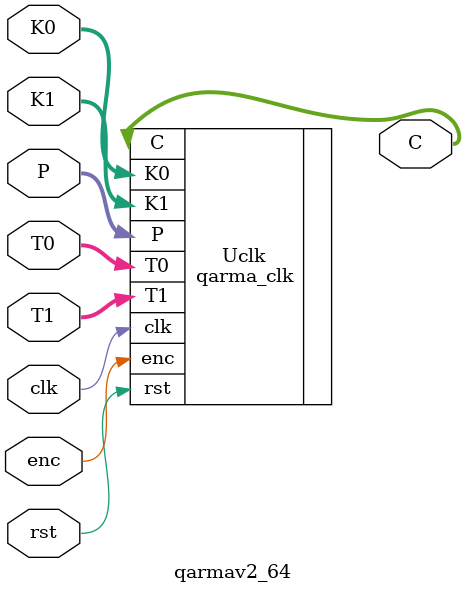
<source format=v>

module qarmav2_64(clk, rst, enc, K0, K1, P, T0, T1, C);
    input clk;
	input rst;
    input enc;
    localparam n = 64;
	input [n-1:0] K0;
    input [n-1:0] K1; 
    input [n-1:0] P;
    input [n-1:0] T0; 
    input [n-1:0] T1; 
    output [n-1:0] C;
    

	qarma_clk Uclk(.clk(clk), .rst(rst), .enc(enc), .K0(K0), .K1(K1), .P(P), .T0(T0), .T1(T1), .C(C));

	
endmodule
</source>
